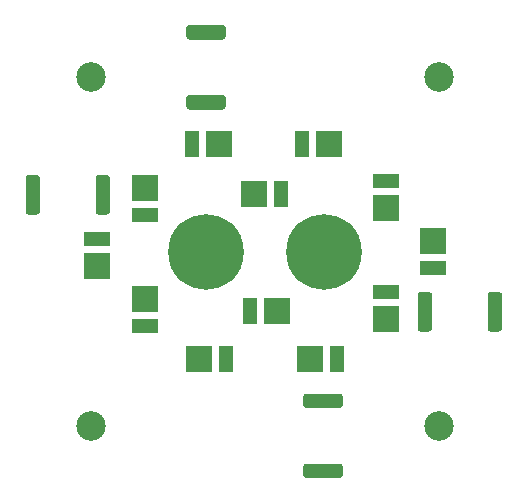
<source format=gbr>
%TF.GenerationSoftware,KiCad,Pcbnew,(5.1.9-0-10_14)*%
%TF.CreationDate,2021-06-06T22:43:36+01:00*%
%TF.ProjectId,gu10-12v-lamp,67753130-2d31-4327-962d-6c616d702e6b,rev?*%
%TF.SameCoordinates,Original*%
%TF.FileFunction,Soldermask,Top*%
%TF.FilePolarity,Negative*%
%FSLAX46Y46*%
G04 Gerber Fmt 4.6, Leading zero omitted, Abs format (unit mm)*
G04 Created by KiCad (PCBNEW (5.1.9-0-10_14)) date 2021-06-06 22:43:36*
%MOMM*%
%LPD*%
G01*
G04 APERTURE LIST*
%ADD10C,2.500000*%
%ADD11C,0.800000*%
%ADD12C,6.400000*%
%ADD13R,2.200000X1.250000*%
%ADD14R,2.200000X2.200000*%
%ADD15R,1.250000X2.200000*%
G04 APERTURE END LIST*
D10*
%TO.C,H6*%
X135250000Y-85250000D03*
%TD*%
%TO.C,H5*%
X164750000Y-85250000D03*
%TD*%
%TO.C,H4*%
X135250000Y-114750000D03*
%TD*%
%TO.C,H3*%
X164750000Y-114750000D03*
%TD*%
D11*
%TO.C,H2*%
X156697056Y-98302944D03*
X155000000Y-97600000D03*
X153302944Y-98302944D03*
X152600000Y-100000000D03*
X153302944Y-101697056D03*
X155000000Y-102400000D03*
X156697056Y-101697056D03*
X157400000Y-100000000D03*
D12*
X155000000Y-100000000D03*
%TD*%
D11*
%TO.C,H1*%
X146697056Y-98302944D03*
X145000000Y-97600000D03*
X143302944Y-98302944D03*
X142600000Y-100000000D03*
X143302944Y-101697056D03*
X145000000Y-102400000D03*
X146697056Y-101697056D03*
X147400000Y-100000000D03*
D12*
X145000000Y-100000000D03*
%TD*%
D13*
%TO.C,D13*%
X139800000Y-96875000D03*
D14*
X139800000Y-94600000D03*
%TD*%
D13*
%TO.C,D12*%
X139800000Y-106275000D03*
D14*
X139800000Y-104000000D03*
%TD*%
D13*
%TO.C,D11*%
X135800000Y-98925000D03*
D14*
X135800000Y-101200000D03*
%TD*%
D15*
%TO.C,D10*%
X148725000Y-105000000D03*
D14*
X151000000Y-105000000D03*
%TD*%
D13*
%TO.C,D9*%
X160200000Y-103400000D03*
D14*
X160200000Y-105675000D03*
%TD*%
D15*
%TO.C,D8*%
X151375000Y-95100000D03*
D14*
X149100000Y-95100000D03*
%TD*%
D15*
%TO.C,D7*%
X146675000Y-109100000D03*
D14*
X144400000Y-109100000D03*
%TD*%
D13*
%TO.C,D6*%
X160200000Y-94025000D03*
D14*
X160200000Y-96300000D03*
%TD*%
D15*
%TO.C,D5*%
X153125000Y-90900000D03*
D14*
X155400000Y-90900000D03*
%TD*%
D15*
%TO.C,D4*%
X156075000Y-109100000D03*
D14*
X153800000Y-109100000D03*
%TD*%
D13*
%TO.C,D3*%
X164200000Y-101375000D03*
D14*
X164200000Y-99100000D03*
%TD*%
D15*
%TO.C,D2*%
X143825000Y-90900000D03*
D14*
X146100000Y-90900000D03*
%TD*%
%TO.C,R4*%
G36*
G01*
X130950000Y-93775000D02*
X130950000Y-96625000D01*
G75*
G02*
X130700000Y-96875000I-250000J0D01*
G01*
X129975000Y-96875000D01*
G75*
G02*
X129725000Y-96625000I0J250000D01*
G01*
X129725000Y-93775000D01*
G75*
G02*
X129975000Y-93525000I250000J0D01*
G01*
X130700000Y-93525000D01*
G75*
G02*
X130950000Y-93775000I0J-250000D01*
G01*
G37*
G36*
G01*
X136875000Y-93775000D02*
X136875000Y-96625000D01*
G75*
G02*
X136625000Y-96875000I-250000J0D01*
G01*
X135900000Y-96875000D01*
G75*
G02*
X135650000Y-96625000I0J250000D01*
G01*
X135650000Y-93775000D01*
G75*
G02*
X135900000Y-93525000I250000J0D01*
G01*
X136625000Y-93525000D01*
G75*
G02*
X136875000Y-93775000I0J-250000D01*
G01*
G37*
%TD*%
%TO.C,R3*%
G36*
G01*
X153475000Y-117950000D02*
X156325000Y-117950000D01*
G75*
G02*
X156575000Y-118200000I0J-250000D01*
G01*
X156575000Y-118925000D01*
G75*
G02*
X156325000Y-119175000I-250000J0D01*
G01*
X153475000Y-119175000D01*
G75*
G02*
X153225000Y-118925000I0J250000D01*
G01*
X153225000Y-118200000D01*
G75*
G02*
X153475000Y-117950000I250000J0D01*
G01*
G37*
G36*
G01*
X153475000Y-112025000D02*
X156325000Y-112025000D01*
G75*
G02*
X156575000Y-112275000I0J-250000D01*
G01*
X156575000Y-113000000D01*
G75*
G02*
X156325000Y-113250000I-250000J0D01*
G01*
X153475000Y-113250000D01*
G75*
G02*
X153225000Y-113000000I0J250000D01*
G01*
X153225000Y-112275000D01*
G75*
G02*
X153475000Y-112025000I250000J0D01*
G01*
G37*
%TD*%
%TO.C,R2*%
G36*
G01*
X168850000Y-106525000D02*
X168850000Y-103675000D01*
G75*
G02*
X169100000Y-103425000I250000J0D01*
G01*
X169825000Y-103425000D01*
G75*
G02*
X170075000Y-103675000I0J-250000D01*
G01*
X170075000Y-106525000D01*
G75*
G02*
X169825000Y-106775000I-250000J0D01*
G01*
X169100000Y-106775000D01*
G75*
G02*
X168850000Y-106525000I0J250000D01*
G01*
G37*
G36*
G01*
X162925000Y-106525000D02*
X162925000Y-103675000D01*
G75*
G02*
X163175000Y-103425000I250000J0D01*
G01*
X163900000Y-103425000D01*
G75*
G02*
X164150000Y-103675000I0J-250000D01*
G01*
X164150000Y-106525000D01*
G75*
G02*
X163900000Y-106775000I-250000J0D01*
G01*
X163175000Y-106775000D01*
G75*
G02*
X162925000Y-106525000I0J250000D01*
G01*
G37*
%TD*%
%TO.C,R1*%
G36*
G01*
X146425000Y-82050000D02*
X143575000Y-82050000D01*
G75*
G02*
X143325000Y-81800000I0J250000D01*
G01*
X143325000Y-81075000D01*
G75*
G02*
X143575000Y-80825000I250000J0D01*
G01*
X146425000Y-80825000D01*
G75*
G02*
X146675000Y-81075000I0J-250000D01*
G01*
X146675000Y-81800000D01*
G75*
G02*
X146425000Y-82050000I-250000J0D01*
G01*
G37*
G36*
G01*
X146425000Y-87975000D02*
X143575000Y-87975000D01*
G75*
G02*
X143325000Y-87725000I0J250000D01*
G01*
X143325000Y-87000000D01*
G75*
G02*
X143575000Y-86750000I250000J0D01*
G01*
X146425000Y-86750000D01*
G75*
G02*
X146675000Y-87000000I0J-250000D01*
G01*
X146675000Y-87725000D01*
G75*
G02*
X146425000Y-87975000I-250000J0D01*
G01*
G37*
%TD*%
M02*

</source>
